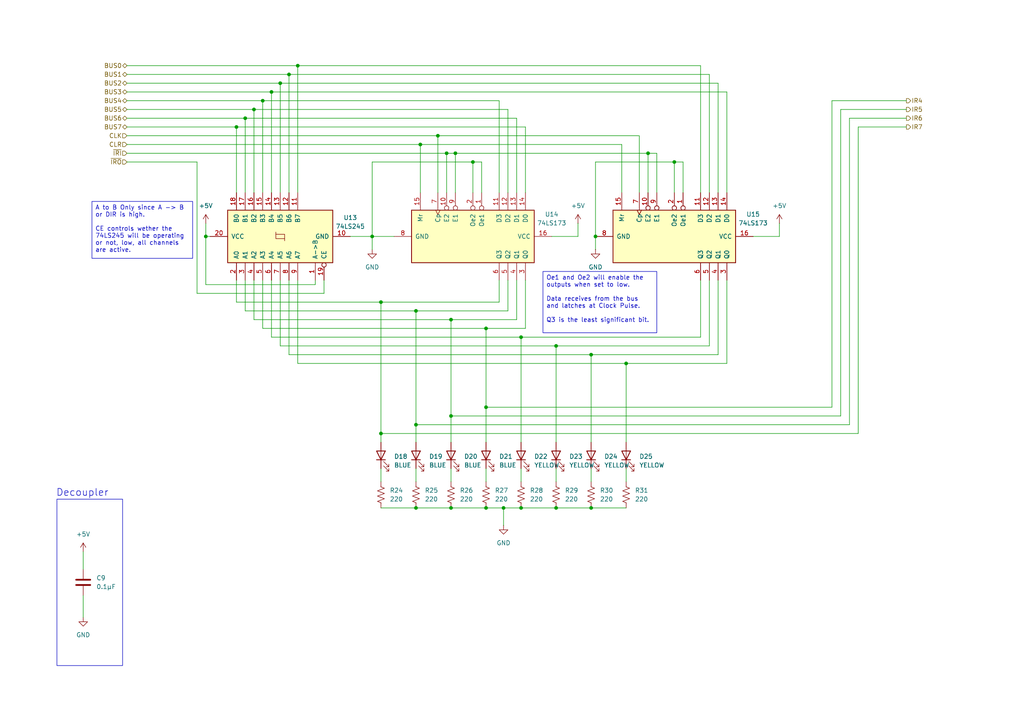
<source format=kicad_sch>
(kicad_sch (version 20250114) (generator "eeschema") (generator_version "9.0")
  (paper "A4")
  (title_block (title "Instruction_Register"))
  (lib_symbols
    (symbol "74xx:74LS173" (pin_names (offset 1.016))
      (property "Reference" "U" (at -7.62 19.05 0))
      (property "Value" "74LS173" (at -7.62 -19.05 0))
      (symbol "74LS173_1_0"
        (pin input line (at -12.7 15.24 0) (length 5.08) (name "D0") (number "14"))
        (pin input line (at -12.7 12.7 0) (length 5.08) (name "D1") (number "13"))
        (pin input line (at -12.7 10.16 0) (length 5.08) (name "D2") (number "12"))
        (pin input line (at -12.7 7.62 0) (length 5.08) (name "D3") (number "11"))
        (pin input inverted (at -12.7 2.54 0) (length 5.08) (name "Oe1") (number "1"))
        (pin input inverted (at -12.7 0 0) (length 5.08) (name "Oe2") (number "2"))
        (pin input inverted (at -12.7 -5.08 0) (length 5.08) (name "E1") (number "9"))
        (pin input inverted (at -12.7 -7.62 0) (length 5.08) (name "E2") (number "10"))
        (pin input clock (at -12.7 -10.16 0) (length 5.08) (name "Cp") (number "7"))
        (pin input line (at -12.7 -15.24 0) (length 5.08) (name "Mr") (number "15"))
        (pin power_in line (at 0 22.86 270) (length 5.08) (name "VCC") (number "16"))
        (pin power_in line (at 0 -22.86 90) (length 5.08) (name "GND") (number "8"))
        (pin tri_state line (at 12.7 15.24 180) (length 5.08) (name "Q0") (number "3"))
        (pin tri_state line (at 12.7 12.7 180) (length 5.08) (name "Q1") (number "4"))
        (pin tri_state line (at 12.7 10.16 180) (length 5.08) (name "Q2") (number "5"))
        (pin tri_state line (at 12.7 7.62 180) (length 5.08) (name "Q3") (number "6"))
      )
      (symbol "74LS173_1_1"
        (rectangle (start -7.62 17.78) (end 7.62 -17.78) (stroke (width 0.254)) (fill (type background)))
      )
    )
    (symbol "74xx:74LS245" (pin_names (offset 1.016))
      (property "Reference" "U" (at -7.62 16.51 0))
      (property "Value" "74LS245" (at -7.62 -16.51 0))
      (symbol "74LS245_1_0"
        (polyline (pts (xy -1.27 -1.27) (xy 0.635 -1.27) (xy 0.635 1.27) (xy 1.27 1.27)))
        (polyline (pts (xy -0.635 -1.27) (xy -0.635 1.27) (xy 0.635 1.27)))
        (pin tri_state line (at -12.7 12.7 0) (length 5.08) (name "A0") (number "2"))
        (pin tri_state line (at -12.7 10.16 0) (length 5.08) (name "A1") (number "3"))
        (pin tri_state line (at -12.7 7.62 0) (length 5.08) (name "A2") (number "4"))
        (pin tri_state line (at -12.7 5.08 0) (length 5.08) (name "A3") (number "5"))
        (pin tri_state line (at -12.7 2.54 0) (length 5.08) (name "A4") (number "6"))
        (pin tri_state line (at -12.7 0 0) (length 5.08) (name "A5") (number "7"))
        (pin tri_state line (at -12.7 -2.54 0) (length 5.08) (name "A6") (number "8"))
        (pin tri_state line (at -12.7 -5.08 0) (length 5.08) (name "A7") (number "9"))
        (pin input line (at -12.7 -10.16 0) (length 5.08) (name "A->B") (number "1"))
        (pin input inverted (at -12.7 -12.7 0) (length 5.08) (name "CE") (number "19"))
        (pin power_in line (at 0 20.32 270) (length 5.08) (name "VCC") (number "20"))
        (pin power_in line (at 0 -20.32 90) (length 5.08) (name "GND") (number "10"))
        (pin tri_state line (at 12.7 12.7 180) (length 5.08) (name "B0") (number "18"))
        (pin tri_state line (at 12.7 10.16 180) (length 5.08) (name "B1") (number "17"))
        (pin tri_state line (at 12.7 7.62 180) (length 5.08) (name "B2") (number "16"))
        (pin tri_state line (at 12.7 5.08 180) (length 5.08) (name "B3") (number "15"))
        (pin tri_state line (at 12.7 2.54 180) (length 5.08) (name "B4") (number "14"))
        (pin tri_state line (at 12.7 0 180) (length 5.08) (name "B5") (number "13"))
        (pin tri_state line (at 12.7 -2.54 180) (length 5.08) (name "B6") (number "12"))
        (pin tri_state line (at 12.7 -5.08 180) (length 5.08) (name "B7") (number "11"))
      )
      (symbol "74LS245_1_1"
        (rectangle (start -7.62 15.24) (end 7.62 -15.24) (stroke (width 0.254)) (fill (type background)))
      )
    )
    (symbol "Device:C" (pin_numbers (hide yes)) (pin_names (offset 0.254))
      (property "Reference" "C" (at 0.635 2.54 0))
      (property "Value" "C" (at 0.635 -2.54 0))
      (symbol "C_0_1"
        (polyline (pts (xy -2.032 0.762) (xy 2.032 0.762)) (stroke (width 0.508)))
        (polyline (pts (xy -2.032 -0.762) (xy 2.032 -0.762)) (stroke (width 0.508)))
      )
      (symbol "C_1_1"
        (pin passive line (at 0 3.81 270) (length 2.794) (name "~") (number "1"))
        (pin passive line (at 0 -3.81 90) (length 2.794) (name "~") (number "2"))
      )
    )
    (symbol "Device:LED" (pin_numbers (hide yes)) (pin_names (offset 1.016) (hide yes))
      (property "Reference" "D" (at 0 2.54 0))
      (property "Value" "LED" (at 0 -2.54 0))
      (symbol "LED_0_1"
        (polyline (pts (xy -3.048 -0.762) (xy -4.572 -2.286) (xy -3.81 -2.286) (xy -4.572 -2.286) (xy -4.572 -1.524)))
        (polyline (pts (xy -1.778 -0.762) (xy -3.302 -2.286) (xy -2.54 -2.286) (xy -3.302 -2.286) (xy -3.302 -1.524)))
        (polyline (pts (xy -1.27 0) (xy 1.27 0)))
        (polyline (pts (xy -1.27 -1.27) (xy -1.27 1.27)) (stroke (width 0.254)))
        (polyline (pts (xy 1.27 -1.27) (xy 1.27 1.27) (xy -1.27 0) (xy 1.27 -1.27)) (stroke (width 0.254)))
      )
      (symbol "LED_1_1"
        (pin passive line (at -3.81 0 0) (length 2.54) (name "K") (number "1"))
        (pin passive line (at 3.81 0 180) (length 2.54) (name "A") (number "2"))
      )
    )
    (symbol "Device:R_US" (pin_numbers (hide yes)) (pin_names (offset 0))
      (property "Reference" "R" (at 2.54 0 90))
      (property "Value" "R_US" (at -2.54 0 90))
      (symbol "R_US_0_1"
        (polyline (pts (xy 0 2.286) (xy 0 2.54)))
        (polyline (pts (xy 0 2.286) (xy 1.016 1.905) (xy 0 1.524) (xy -1.016 1.143) (xy 0 0.762)))
        (polyline (pts (xy 0 0.762) (xy 1.016 0.381) (xy 0 0) (xy -1.016 -0.381) (xy 0 -0.762)))
        (polyline (pts (xy 0 -0.762) (xy 1.016 -1.143) (xy 0 -1.524) (xy -1.016 -1.905) (xy 0 -2.286)))
        (polyline (pts (xy 0 -2.286) (xy 0 -2.54)))
      )
      (symbol "R_US_1_1"
        (pin passive line (at 0 3.81 270) (length 1.27) (name "~") (number "1"))
        (pin passive line (at 0 -3.81 90) (length 1.27) (name "~") (number "2"))
      )
    )
    (symbol "power:+5V" (power) (pin_numbers (hide yes)) (pin_names (offset 0) (hide yes))
      (property "Value" "+5V" (at 0 3.556 0))
      (symbol "+5V_0_1"
        (polyline (pts (xy -0.762 1.27) (xy 0 2.54)))
        (polyline (pts (xy 0 2.54) (xy 0.762 1.27)))
        (polyline (pts (xy 0 0) (xy 0 2.54)))
      )
      (symbol "+5V_1_1"
        (pin power_in line (at 0 0 90) (length 0) (name "~") (number "1"))
      )
    )
    (symbol "power:GND" (power) (pin_numbers (hide yes)) (pin_names (offset 0) (hide yes))
      (property "Value" "GND" (at 0 -3.81 0))
      (symbol "GND_0_1"
        (polyline (pts (xy 0 0) (xy 0 -1.27) (xy 1.27 -1.27) (xy 0 -2.54) (xy -1.27 -1.27) (xy 0 -1.27)))
      )
      (symbol "GND_1_1"
        (pin power_in line (at 0 0 270) (length 0) (name "~") (number "1"))
      )
    )
  )
  (rectangle (start 16.51 144.78) (end 35.56 193.04))
  (text "Decoupler" (at 16.256 143.002 0) (effects (font (size 2.032 2.032)) (justify left)))
  (text_box "A to B Only since A -> B or DIR is high.\n\nCE controls wether the 74LS245 will be operating or not, low, all channels are active." (at 26.67 58.42 0) (size 29.21 16.51) (margins 0.9525 0.9525 0.9525 0.9525) (effects (font (size 1.27 1.27)) (justify left top)))
  (text_box "Oe1 and Oe2 will enable the outputs when set to low.\n\nData receives from the bus and latches at Clock Pulse.\n\nQ3 is the least significant bit." (at 157.48 78.74 0) (size 33.02 17.78) (margins 0.9525 0.9525 0.9525 0.9525) (effects (font (size 1.27 1.27)) (justify left top)))
  (junction (at 120.65 90.17))
  (junction (at 59.69 68.58))
  (junction (at 171.45 147.32))
  (junction (at 171.45 102.87))
  (junction (at 130.81 147.32))
  (junction (at 161.29 147.32))
  (junction (at 151.13 97.79))
  (junction (at 121.92 41.91))
  (junction (at 172.72 68.58))
  (junction (at 71.12 34.29))
  (junction (at 187.96 44.45))
  (junction (at 107.95 68.58))
  (junction (at 120.65 147.32))
  (junction (at 146.05 147.32))
  (junction (at 110.49 87.63))
  (junction (at 73.66 31.75))
  (junction (at 130.81 92.71))
  (junction (at 81.28 24.13))
  (junction (at 78.74 26.67))
  (junction (at 140.97 147.32))
  (junction (at 181.61 105.41))
  (junction (at 127 39.37))
  (junction (at 68.58 36.83))
  (junction (at 132.08 44.45))
  (junction (at 76.2 29.21))
  (junction (at 83.82 21.59))
  (junction (at 86.36 19.05))
  (junction (at 129.54 44.45))
  (junction (at 151.13 147.32))
  (junction (at 140.97 95.25))
  (junction (at 137.16 46.99))
  (junction (at 161.29 100.33))
  (junction (at 120.65 123.19))
  (junction (at 130.81 120.65))
  (junction (at 110.49 125.73))
  (junction (at 140.97 118.11))
  (junction (at 195.58 46.99))
  (wire (pts (xy 210.82 105.41) (xy 181.61 105.41)))
  (wire (pts (xy 86.36 105.41) (xy 86.36 81.28)))
  (wire (pts (xy 147.32 55.88) (xy 147.32 31.75)))
  (wire (pts (xy 147.32 31.75) (xy 73.66 31.75)))
  (wire (pts (xy 121.92 41.91) (xy 121.92 55.88)))
  (wire (pts (xy 132.08 44.45) (xy 132.08 55.88)))
  (wire (pts (xy 181.61 105.41) (xy 86.36 105.41)))
  (wire (pts (xy 83.82 21.59) (xy 83.82 55.88)))
  (wire (pts (xy 59.69 68.58) (xy 60.96 68.58)))
  (wire (pts (xy 243.84 31.75) (xy 243.84 120.65)))
  (wire (pts (xy 190.5 55.88) (xy 190.5 44.45)))
  (wire (pts (xy 210.82 26.67) (xy 78.74 26.67)))
  (wire (pts (xy 208.28 81.28) (xy 208.28 102.87)))
  (wire (pts (xy 110.49 87.63) (xy 68.58 87.63)))
  (wire (pts (xy 78.74 26.67) (xy 78.74 55.88)))
  (wire (pts (xy 208.28 102.87) (xy 171.45 102.87)))
  (wire (pts (xy 167.64 64.77) (xy 167.64 68.58)))
  (wire (pts (xy 205.74 21.59) (xy 83.82 21.59)))
  (wire (pts (xy 144.78 55.88) (xy 144.78 29.21)))
  (wire (pts (xy 93.98 81.28) (xy 93.98 85.09)))
  (wire (pts (xy 110.49 135.89) (xy 110.49 139.7)))
  (wire (pts (xy 203.2 81.28) (xy 203.2 97.79)))
  (wire (pts (xy 110.49 125.73) (xy 110.49 128.27)))
  (wire (pts (xy 243.84 120.65) (xy 130.81 120.65)))
  (wire (pts (xy 144.78 29.21) (xy 76.2 29.21)))
  (wire (pts (xy 59.69 64.77) (xy 59.69 68.58)))
  (wire (pts (xy 76.2 29.21) (xy 76.2 55.88)))
  (wire (pts (xy 146.05 147.32) (xy 151.13 147.32)))
  (wire (pts (xy 107.95 46.99) (xy 107.95 68.58)))
  (wire (pts (xy 152.4 36.83) (xy 68.58 36.83)))
  (wire (pts (xy 149.86 81.28) (xy 149.86 92.71)))
  (wire (pts (xy 36.83 44.45) (xy 129.54 44.45)))
  (wire (pts (xy 59.69 82.55) (xy 59.69 68.58)))
  (wire (pts (xy 146.05 147.32) (xy 146.05 152.4)))
  (wire (pts (xy 101.6 68.58) (xy 107.95 68.58)))
  (wire (pts (xy 248.92 125.73) (xy 110.49 125.73)))
  (wire (pts (xy 241.3 29.21) (xy 241.3 118.11)))
  (wire (pts (xy 195.58 46.99) (xy 195.58 55.88)))
  (wire (pts (xy 68.58 87.63) (xy 68.58 81.28)))
  (wire (pts (xy 195.58 46.99) (xy 172.72 46.99)))
  (wire (pts (xy 226.06 68.58) (xy 218.44 68.58)))
  (wire (pts (xy 171.45 147.32) (xy 181.61 147.32)))
  (wire (pts (xy 130.81 135.89) (xy 130.81 139.7)))
  (wire (pts (xy 137.16 46.99) (xy 137.16 55.88)))
  (wire (pts (xy 86.36 19.05) (xy 36.83 19.05)))
  (wire (pts (xy 181.61 135.89) (xy 181.61 139.7)))
  (wire (pts (xy 81.28 81.28) (xy 81.28 100.33)))
  (wire (pts (xy 68.58 36.83) (xy 68.58 55.88)))
  (wire (pts (xy 127 39.37) (xy 127 55.88)))
  (wire (pts (xy 172.72 68.58) (xy 172.72 72.39)))
  (wire (pts (xy 78.74 97.79) (xy 78.74 81.28)))
  (wire (pts (xy 203.2 19.05) (xy 86.36 19.05)))
  (wire (pts (xy 167.64 68.58) (xy 160.02 68.58)))
  (wire (pts (xy 93.98 85.09) (xy 57.15 85.09)))
  (wire (pts (xy 180.34 41.91) (xy 180.34 55.88)))
  (wire (pts (xy 147.32 90.17) (xy 120.65 90.17)))
  (wire (pts (xy 147.32 81.28) (xy 147.32 90.17)))
  (wire (pts (xy 151.13 147.32) (xy 161.29 147.32)))
  (wire (pts (xy 241.3 118.11) (xy 140.97 118.11)))
  (wire (pts (xy 149.86 92.71) (xy 130.81 92.71)))
  (wire (pts (xy 81.28 24.13) (xy 36.83 24.13)))
  (wire (pts (xy 71.12 90.17) (xy 71.12 81.28)))
  (wire (pts (xy 171.45 135.89) (xy 171.45 139.7)))
  (wire (pts (xy 130.81 147.32) (xy 140.97 147.32)))
  (wire (pts (xy 91.44 82.55) (xy 59.69 82.55)))
  (wire (pts (xy 152.4 81.28) (xy 152.4 95.25)))
  (wire (pts (xy 205.74 55.88) (xy 205.74 21.59)))
  (wire (pts (xy 210.82 81.28) (xy 210.82 105.41)))
  (wire (pts (xy 149.86 55.88) (xy 149.86 34.29)))
  (wire (pts (xy 120.65 147.32) (xy 130.81 147.32)))
  (wire (pts (xy 140.97 95.25) (xy 76.2 95.25)))
  (wire (pts (xy 246.38 34.29) (xy 246.38 123.19)))
  (wire (pts (xy 129.54 44.45) (xy 129.54 55.88)))
  (wire (pts (xy 81.28 24.13) (xy 81.28 55.88)))
  (wire (pts (xy 144.78 87.63) (xy 110.49 87.63)))
  (wire (pts (xy 120.65 90.17) (xy 120.65 123.19)))
  (wire (pts (xy 198.12 46.99) (xy 195.58 46.99)))
  (wire (pts (xy 144.78 81.28) (xy 144.78 87.63)))
  (wire (pts (xy 121.92 41.91) (xy 180.34 41.91)))
  (wire (pts (xy 91.44 81.28) (xy 91.44 82.55)))
  (wire (pts (xy 161.29 100.33) (xy 81.28 100.33)))
  (wire (pts (xy 246.38 123.19) (xy 120.65 123.19)))
  (wire (pts (xy 171.45 102.87) (xy 171.45 128.27)))
  (wire (pts (xy 132.08 44.45) (xy 187.96 44.45)))
  (wire (pts (xy 262.89 36.83) (xy 248.92 36.83)))
  (wire (pts (xy 36.83 46.99) (xy 57.15 46.99)))
  (wire (pts (xy 151.13 97.79) (xy 151.13 128.27)))
  (wire (pts (xy 127 39.37) (xy 36.83 39.37)))
  (wire (pts (xy 24.13 160.02) (xy 24.13 165.1)))
  (wire (pts (xy 203.2 55.88) (xy 203.2 19.05)))
  (wire (pts (xy 198.12 55.88) (xy 198.12 46.99)))
  (wire (pts (xy 262.89 34.29) (xy 246.38 34.29)))
  (wire (pts (xy 73.66 31.75) (xy 36.83 31.75)))
  (wire (pts (xy 172.72 46.99) (xy 172.72 68.58)))
  (wire (pts (xy 36.83 34.29) (xy 71.12 34.29)))
  (wire (pts (xy 205.74 81.28) (xy 205.74 100.33)))
  (wire (pts (xy 71.12 34.29) (xy 149.86 34.29)))
  (wire (pts (xy 139.7 55.88) (xy 139.7 46.99)))
  (wire (pts (xy 187.96 44.45) (xy 190.5 44.45)))
  (wire (pts (xy 83.82 102.87) (xy 83.82 81.28)))
  (wire (pts (xy 210.82 55.88) (xy 210.82 26.67)))
  (wire (pts (xy 185.42 39.37) (xy 127 39.37)))
  (wire (pts (xy 208.28 24.13) (xy 81.28 24.13)))
  (wire (pts (xy 76.2 29.21) (xy 36.83 29.21)))
  (wire (pts (xy 86.36 19.05) (xy 86.36 55.88)))
  (wire (pts (xy 120.65 123.19) (xy 120.65 128.27)))
  (wire (pts (xy 185.42 55.88) (xy 185.42 39.37)))
  (wire (pts (xy 203.2 97.79) (xy 151.13 97.79)))
  (wire (pts (xy 130.81 92.71) (xy 130.81 120.65)))
  (wire (pts (xy 57.15 85.09) (xy 57.15 46.99)))
  (wire (pts (xy 152.4 55.88) (xy 152.4 36.83)))
  (wire (pts (xy 161.29 100.33) (xy 161.29 128.27)))
  (wire (pts (xy 151.13 97.79) (xy 78.74 97.79)))
  (wire (pts (xy 146.05 147.32) (xy 140.97 147.32)))
  (wire (pts (xy 161.29 147.32) (xy 171.45 147.32)))
  (wire (pts (xy 226.06 64.77) (xy 226.06 68.58)))
  (wire (pts (xy 110.49 147.32) (xy 120.65 147.32)))
  (wire (pts (xy 130.81 92.71) (xy 73.66 92.71)))
  (wire (pts (xy 171.45 102.87) (xy 83.82 102.87)))
  (wire (pts (xy 120.65 90.17) (xy 71.12 90.17)))
  (wire (pts (xy 205.74 100.33) (xy 161.29 100.33)))
  (wire (pts (xy 151.13 135.89) (xy 151.13 139.7)))
  (wire (pts (xy 140.97 118.11) (xy 140.97 128.27)))
  (wire (pts (xy 83.82 21.59) (xy 36.83 21.59)))
  (wire (pts (xy 73.66 92.71) (xy 73.66 81.28)))
  (wire (pts (xy 139.7 46.99) (xy 137.16 46.99)))
  (wire (pts (xy 137.16 46.99) (xy 107.95 46.99)))
  (wire (pts (xy 71.12 34.29) (xy 71.12 55.88)))
  (wire (pts (xy 181.61 105.41) (xy 181.61 128.27)))
  (wire (pts (xy 120.65 135.89) (xy 120.65 139.7)))
  (wire (pts (xy 36.83 41.91) (xy 121.92 41.91)))
  (wire (pts (xy 248.92 36.83) (xy 248.92 125.73)))
  (wire (pts (xy 130.81 120.65) (xy 130.81 128.27)))
  (wire (pts (xy 208.28 55.88) (xy 208.28 24.13)))
  (wire (pts (xy 187.96 55.88) (xy 187.96 44.45)))
  (wire (pts (xy 73.66 31.75) (xy 73.66 55.88)))
  (wire (pts (xy 107.95 68.58) (xy 107.95 72.39)))
  (wire (pts (xy 24.13 172.72) (xy 24.13 179.07)))
  (wire (pts (xy 262.89 29.21) (xy 241.3 29.21)))
  (wire (pts (xy 68.58 36.83) (xy 36.83 36.83)))
  (wire (pts (xy 140.97 135.89) (xy 140.97 139.7)))
  (wire (pts (xy 129.54 44.45) (xy 132.08 44.45)))
  (wire (pts (xy 107.95 68.58) (xy 114.3 68.58)))
  (wire (pts (xy 262.89 31.75) (xy 243.84 31.75)))
  (wire (pts (xy 161.29 135.89) (xy 161.29 139.7)))
  (wire (pts (xy 152.4 95.25) (xy 140.97 95.25)))
  (wire (pts (xy 78.74 26.67) (xy 36.83 26.67)))
  (wire (pts (xy 76.2 95.25) (xy 76.2 81.28)))
  (wire (pts (xy 140.97 95.25) (xy 140.97 118.11)))
  (wire (pts (xy 110.49 87.63) (xy 110.49 125.73)))
  (hierarchical_label "IR5" (shape output) (at 262.89 31.75 0))
  (hierarchical_label "IR4" (shape output) (at 262.89 29.21 0))
  (hierarchical_label "BUS0" (shape bidirectional) (at 36.83 19.05 180))
  (hierarchical_label "IR7" (shape output) (at 262.89 36.83 0))
  (hierarchical_label "BUS4" (shape bidirectional) (at 36.83 29.21 180))
  (hierarchical_label "BUS5" (shape bidirectional) (at 36.83 31.75 180))
  (hierarchical_label "BUS7" (shape bidirectional) (at 36.83 36.83 180))
  (hierarchical_label "~{IRO}" (shape input) (at 36.83 46.99 180))
  (hierarchical_label "CLR" (shape input) (at 36.83 41.91 180))
  (hierarchical_label "CLK" (shape input) (at 36.83 39.37 180))
  (hierarchical_label "~{IRI}" (shape input) (at 36.83 44.45 180))
  (hierarchical_label "IR6" (shape output) (at 262.89 34.29 0))
  (hierarchical_label "BUS1" (shape bidirectional) (at 36.83 21.59 180))
  (hierarchical_label "BUS2" (shape bidirectional) (at 36.83 24.13 180))
  (hierarchical_label "BUS3" (shape bidirectional) (at 36.83 26.67 180))
  (hierarchical_label "BUS6" (shape bidirectional) (at 36.83 34.29 180))
  (symbol (lib_id "power:+5V") (at 226.06 64.77 0) (unit 1)
    (property "Reference" "#PWR039" (effects (hide yes)))
    (property "Value" "+5V" (at 226.06 59.69 0))
    (property "Description" "Power symbol creates a global label with name \"+5V\"" (effects (hide yes)))
  )
  (symbol (lib_id "power:+5V") (at 24.13 160.02 0) (unit 1)
    (property "Reference" "#PWR032" (effects (hide yes)))
    (property "Value" "+5V" (at 24.13 154.94 0))
    (property "Description" "Power symbol creates a global label with name \"+5V\"" (effects (hide yes)))
  )
  (symbol (lib_id "Device:R_US") (at 130.81 143.51 0) (unit 1)
    (property "Reference" "R26" (at 133.35 142.2399 0) (effects (justify left)))
    (property "Value" "220" (at 133.35 144.7799 0) (effects (justify left)))
    (property "Description" "Resistor, US symbol" (effects (hide yes)))
  )
  (symbol (lib_id "Device:LED") (at 130.81 132.08 90) (unit 1)
    (property "Reference" "D20" (at 134.62 132.3974 90) (effects (justify right)))
    (property "Value" "BLUE" (at 134.62 134.9374 90) (effects (justify right)))
    (property "Description" "Light emitting diode" (effects (hide yes)))
    (property "Sim.Pins" "1=K 2=A" (effects (hide yes)))
  )
  (symbol (lib_id "Device:LED") (at 110.49 132.08 90) (unit 1)
    (property "Reference" "D18" (at 114.3 132.3974 90) (effects (justify right)))
    (property "Value" "BLUE" (at 114.3 134.9374 90) (effects (justify right)))
    (property "Description" "Light emitting diode" (effects (hide yes)))
    (property "Sim.Pins" "1=K 2=A" (effects (hide yes)))
  )
  (symbol (lib_id "power:GND") (at 24.13 179.07 0) (unit 1)
    (property "Reference" "#PWR033" (effects (hide yes)))
    (property "Value" "GND" (at 24.13 184.15 0))
    (property "Description" "Power symbol creates a global label with name \"GND\" , ground" (effects (hide yes)))
  )
  (symbol (lib_id "power:GND") (at 146.05 152.4 0) (unit 1)
    (property "Reference" "#PWR036" (effects (hide yes)))
    (property "Value" "GND" (at 146.05 157.48 0))
    (property "Description" "Power symbol creates a global label with name \"GND\" , ground" (effects (hide yes)))
  )
  (symbol (lib_id "power:+5V") (at 167.64 64.77 0) (unit 1)
    (property "Reference" "#PWR037" (effects (hide yes)))
    (property "Value" "+5V" (at 167.64 59.69 0))
    (property "Description" "Power symbol creates a global label with name \"+5V\"" (effects (hide yes)))
  )
  (symbol (lib_id "Device:R_US") (at 110.49 143.51 0) (unit 1)
    (property "Reference" "R24" (at 113.03 142.2399 0) (effects (justify left)))
    (property "Value" "220" (at 113.03 144.7799 0) (effects (justify left)))
    (property "Description" "Resistor, US symbol" (effects (hide yes)))
  )
  (symbol (lib_id "Device:LED") (at 181.61 132.08 90) (unit 1)
    (property "Reference" "D25" (at 185.42 132.3974 90) (effects (justify right)))
    (property "Value" "YELLOW" (at 185.42 134.9374 90) (effects (justify right)))
    (property "Description" "Light emitting diode" (effects (hide yes)))
    (property "Sim.Pins" "1=K 2=A" (effects (hide yes)))
  )
  (symbol (lib_id "Device:LED") (at 161.29 132.08 90) (unit 1)
    (property "Reference" "D23" (at 165.1 132.3974 90) (effects (justify right)))
    (property "Value" "YELLOW" (at 165.1 134.9374 90) (effects (justify right)))
    (property "Description" "Light emitting diode" (effects (hide yes)))
    (property "Sim.Pins" "1=K 2=A" (effects (hide yes)))
  )
  (symbol (lib_id "74xx:74LS173") (at 137.16 68.58 270) (unit 1)
    (property "Reference" "U14" (at 160.02 62.1598 90))
    (property "Value" "74LS173" (at 160.02 64.6998 90))
    (property "Datasheet" "http://www.ti.com/lit/gpn/sn74LS173" (effects (hide yes)))
    (property "Description" "4-bit D-type Register, 3 state out" (effects (hide yes)))
  )
  (symbol (lib_id "Device:LED") (at 140.97 132.08 90) (unit 1)
    (property "Reference" "D21" (at 144.78 132.3974 90) (effects (justify right)))
    (property "Value" "BLUE" (at 144.78 134.9374 90) (effects (justify right)))
    (property "Description" "Light emitting diode" (effects (hide yes)))
    (property "Sim.Pins" "1=K 2=A" (effects (hide yes)))
  )
  (symbol (lib_id "Device:R_US") (at 120.65 143.51 0) (unit 1)
    (property "Reference" "R25" (at 123.19 142.2399 0) (effects (justify left)))
    (property "Value" "220" (at 123.19 144.7799 0) (effects (justify left)))
    (property "Description" "Resistor, US symbol" (effects (hide yes)))
  )
  (symbol (lib_id "Device:R_US") (at 181.61 143.51 0) (unit 1)
    (property "Reference" "R31" (at 184.15 142.2399 0) (effects (justify left)))
    (property "Value" "220" (at 184.15 144.7799 0) (effects (justify left)))
    (property "Description" "Resistor, US symbol" (effects (hide yes)))
  )
  (symbol (lib_id "74xx:74LS173") (at 195.58 68.58 270) (unit 1)
    (property "Reference" "U15" (at 218.44 62.1598 90))
    (property "Value" "74LS173" (at 218.44 64.6998 90))
    (property "Datasheet" "http://www.ti.com/lit/gpn/sn74LS173" (effects (hide yes)))
    (property "Description" "4-bit D-type Register, 3 state out" (effects (hide yes)))
  )
  (symbol (lib_id "Device:LED") (at 151.13 132.08 90) (unit 1)
    (property "Reference" "D22" (at 154.94 132.3974 90) (effects (justify right)))
    (property "Value" "YELLOW" (at 154.94 134.9374 90) (effects (justify right)))
    (property "Description" "Light emitting diode" (effects (hide yes)))
    (property "Sim.Pins" "1=K 2=A" (effects (hide yes)))
  )
  (symbol (lib_id "Device:R_US") (at 140.97 143.51 0) (unit 1)
    (property "Reference" "R27" (at 143.51 142.2399 0) (effects (justify left)))
    (property "Value" "220" (at 143.51 144.7799 0) (effects (justify left)))
    (property "Description" "Resistor, US symbol" (effects (hide yes)))
  )
  (symbol (lib_id "Device:LED") (at 120.65 132.08 90) (unit 1)
    (property "Reference" "D19" (at 124.46 132.3974 90) (effects (justify right)))
    (property "Value" "BLUE" (at 124.46 134.9374 90) (effects (justify right)))
    (property "Description" "Light emitting diode" (effects (hide yes)))
    (property "Sim.Pins" "1=K 2=A" (effects (hide yes)))
  )
  (symbol (lib_id "power:+5V") (at 59.69 64.77 0) (unit 1)
    (property "Reference" "#PWR034" (effects (hide yes)))
    (property "Value" "+5V" (at 59.69 59.69 0))
    (property "Description" "Power symbol creates a global label with name \"+5V\"" (effects (hide yes)))
  )
  (symbol (lib_id "74xx:74LS245") (at 81.28 68.58 90) (unit 1)
    (property "Reference" "U13" (at 101.6 63.1346 90))
    (property "Value" "74LS245" (at 101.6 65.6746 90))
    (property "Datasheet" "http://www.ti.com/lit/gpn/sn74LS245" (effects (hide yes)))
    (property "Description" "Octal BUS Transceivers, 3-State outputs" (effects (hide yes)))
  )
  (symbol (lib_id "Device:R_US") (at 151.13 143.51 0) (unit 1)
    (property "Reference" "R28" (at 153.67 142.2399 0) (effects (justify left)))
    (property "Value" "220" (at 153.67 144.7799 0) (effects (justify left)))
    (property "Description" "Resistor, US symbol" (effects (hide yes)))
  )
  (symbol (lib_id "power:GND") (at 172.72 72.39 0) (unit 1)
    (property "Reference" "#PWR038" (effects (hide yes)))
    (property "Value" "GND" (at 172.72 77.47 0))
    (property "Description" "Power symbol creates a global label with name \"GND\" , ground" (effects (hide yes)))
  )
  (symbol (lib_id "Device:R_US") (at 161.29 143.51 0) (unit 1)
    (property "Reference" "R29" (at 163.83 142.2399 0) (effects (justify left)))
    (property "Value" "220" (at 163.83 144.7799 0) (effects (justify left)))
    (property "Description" "Resistor, US symbol" (effects (hide yes)))
  )
  (symbol (lib_id "Device:R_US") (at 171.45 143.51 0) (unit 1)
    (property "Reference" "R30" (at 173.99 142.2399 0) (effects (justify left)))
    (property "Value" "220" (at 173.99 144.7799 0) (effects (justify left)))
    (property "Description" "Resistor, US symbol" (effects (hide yes)))
  )
  (symbol (lib_id "Device:LED") (at 171.45 132.08 90) (unit 1)
    (property "Reference" "D24" (at 175.26 132.3974 90) (effects (justify right)))
    (property "Value" "YELLOW" (at 175.26 134.9374 90) (effects (justify right)))
    (property "Description" "Light emitting diode" (effects (hide yes)))
    (property "Sim.Pins" "1=K 2=A" (effects (hide yes)))
  )
  (symbol (lib_id "power:GND") (at 107.95 72.39 0) (unit 1)
    (property "Reference" "#PWR035" (effects (hide yes)))
    (property "Value" "GND" (at 107.95 77.47 0))
    (property "Description" "Power symbol creates a global label with name \"GND\" , ground" (effects (hide yes)))
  )
  (symbol (lib_id "Device:C") (at 24.13 168.91 0) (unit 1)
    (property "Reference" "C9" (at 27.94 167.6399 0) (effects (justify left)))
    (property "Value" "0.1µF" (at 27.94 170.1799 0) (effects (justify left)))
    (property "Description" "Unpolarized capacitor" (effects (hide yes)))
  )
)
</source>
